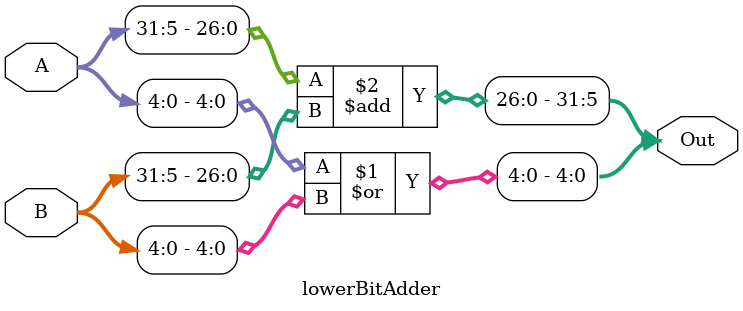
<source format=sv>
`default_nettype none

module lowerBitAdder
 #(parameter lowerBits = 5)
  (input  logic [31:0] A, B,
   output logic [31:0] Out  );

  assign Out[lowerBits-1:0] = A[lowerBits-1:0] | B[lowerBits-1:0];

  assign Out[31:lowerBits] = A[31:lowerBits] + B[31:lowerBits];


endmodule: lowerBitAdder

</source>
